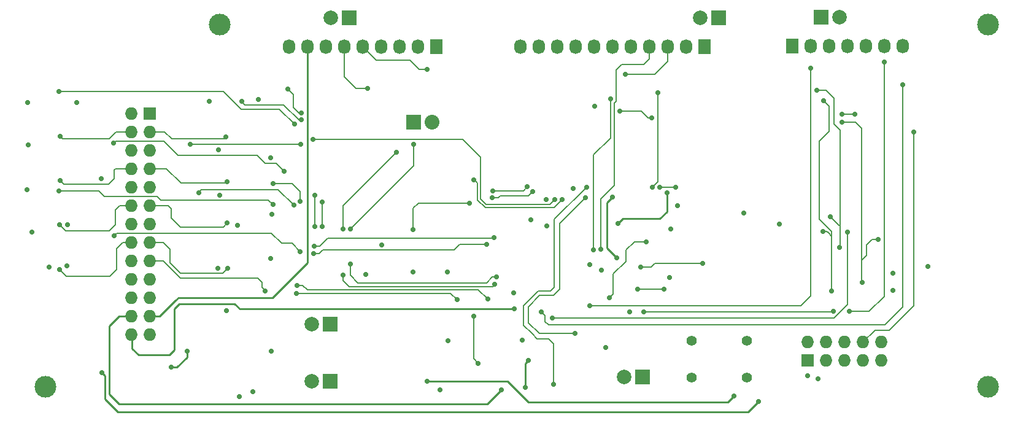
<source format=gbl>
G04 #@! TF.FileFunction,Copper,L4,Bot,Signal*
%FSLAX46Y46*%
G04 Gerber Fmt 4.6, Leading zero omitted, Abs format (unit mm)*
G04 Created by KiCad (PCBNEW 4.0.2-stable) date 7/12/2016 4:32:10 PM*
%MOMM*%
G01*
G04 APERTURE LIST*
%ADD10C,0.100000*%
%ADD11R,2.000000X2.000000*%
%ADD12C,2.000000*%
%ADD13C,1.397000*%
%ADD14R,1.727200X2.032000*%
%ADD15O,1.727200X2.032000*%
%ADD16C,3.000000*%
%ADD17R,1.727200X1.727200*%
%ADD18O,1.727200X1.727200*%
%ADD19R,2.032000X2.032000*%
%ADD20O,2.032000X2.032000*%
%ADD21C,0.700000*%
%ADD22C,0.203200*%
%ADD23C,0.254000*%
G04 APERTURE END LIST*
D10*
D11*
X122420000Y-122240000D03*
D12*
X119880000Y-122240000D03*
D11*
X122420000Y-130150000D03*
D12*
X119880000Y-130150000D03*
D11*
X190140000Y-79920000D03*
D12*
X192680000Y-79920000D03*
D11*
X125000000Y-80000000D03*
D12*
X122460000Y-80000000D03*
D11*
X176000000Y-80000000D03*
D12*
X173460000Y-80000000D03*
D13*
X179910000Y-124490000D03*
X179910000Y-129570000D03*
X172290000Y-124490000D03*
X172290000Y-129570000D03*
D14*
X186140000Y-83920000D03*
D15*
X188680000Y-83920000D03*
X191220000Y-83920000D03*
X193760000Y-83920000D03*
X196300000Y-83920000D03*
X198840000Y-83920000D03*
X201380000Y-83920000D03*
D14*
X137000000Y-84000000D03*
D15*
X134460000Y-84000000D03*
X131920000Y-84000000D03*
X129380000Y-84000000D03*
X126840000Y-84000000D03*
X124300000Y-84000000D03*
X121760000Y-84000000D03*
X119220000Y-84000000D03*
X116680000Y-84000000D03*
D14*
X174000000Y-84000000D03*
D15*
X171460000Y-84000000D03*
X168920000Y-84000000D03*
X166380000Y-84000000D03*
X163840000Y-84000000D03*
X161300000Y-84000000D03*
X158760000Y-84000000D03*
X156220000Y-84000000D03*
X153680000Y-84000000D03*
X151140000Y-84000000D03*
X148600000Y-84000000D03*
D16*
X107140000Y-80920000D03*
X83140000Y-130920000D03*
X213140000Y-130920000D03*
X213140000Y-80920000D03*
D17*
X97536000Y-93218000D03*
D18*
X94996000Y-93218000D03*
X97536000Y-95758000D03*
X94996000Y-95758000D03*
X97536000Y-98298000D03*
X94996000Y-98298000D03*
X97536000Y-100838000D03*
X94996000Y-100838000D03*
X97536000Y-103378000D03*
X94996000Y-103378000D03*
X97536000Y-105918000D03*
X94996000Y-105918000D03*
X97536000Y-108458000D03*
X94996000Y-108458000D03*
X97536000Y-110998000D03*
X94996000Y-110998000D03*
X97536000Y-113538000D03*
X94996000Y-113538000D03*
X97536000Y-116078000D03*
X94996000Y-116078000D03*
X97536000Y-118618000D03*
X94996000Y-118618000D03*
X97536000Y-121158000D03*
X94996000Y-121158000D03*
X97536000Y-123698000D03*
X94996000Y-123698000D03*
D11*
X165500000Y-129500000D03*
D12*
X162960000Y-129500000D03*
D17*
X188270000Y-127260000D03*
D18*
X188270000Y-124720000D03*
X190810000Y-127260000D03*
X190810000Y-124720000D03*
X193350000Y-127260000D03*
X193350000Y-124720000D03*
X195890000Y-127260000D03*
X195890000Y-124720000D03*
X198430000Y-127260000D03*
X198430000Y-124720000D03*
D19*
X133880000Y-94410000D03*
D20*
X136420000Y-94410000D03*
D21*
X118260000Y-105340000D03*
X114500000Y-102840000D03*
X169350000Y-109140000D03*
X189730000Y-129760000D03*
X90910000Y-128930000D03*
X181480000Y-132930000D03*
X148910000Y-124430000D03*
X137530000Y-131290000D03*
X100480000Y-128160000D03*
X102630000Y-125970000D03*
X147750000Y-120160000D03*
X86110000Y-108490000D03*
X86050000Y-114160000D03*
X145980000Y-131330000D03*
X83620000Y-114340000D03*
X109570000Y-108630000D03*
X152260000Y-108730000D03*
X129490000Y-111310000D03*
X138580000Y-115090000D03*
X200060000Y-115200000D03*
X170340000Y-105930000D03*
X169240000Y-115850000D03*
X81230000Y-109520000D03*
X80550000Y-103680000D03*
X80760000Y-97520000D03*
X90810000Y-102170000D03*
X80650000Y-91680000D03*
X87380000Y-91680000D03*
X114200000Y-113210000D03*
X106920000Y-114520000D03*
X114370000Y-107070000D03*
X107110000Y-104440000D03*
X106990000Y-98210000D03*
X114210000Y-99270000D03*
X112470000Y-91280000D03*
X105710000Y-91530000D03*
X160380000Y-125500000D03*
X138620000Y-124560000D03*
X114240000Y-125970000D03*
X108050000Y-120390000D03*
X109890000Y-132270000D03*
X162120000Y-108330000D03*
X168870000Y-104120000D03*
X155940000Y-103510000D03*
X158890000Y-92210000D03*
X159830000Y-114760000D03*
X118400000Y-93120000D03*
X116540000Y-89790000D03*
X150330000Y-103970000D03*
X144770000Y-104810000D03*
X121330000Y-108810000D03*
X121330000Y-105370000D03*
X118430000Y-94050000D03*
X110180000Y-91520000D03*
X144790000Y-103880000D03*
X149600000Y-103300000D03*
X85000000Y-103840000D03*
X114480000Y-105750000D03*
X120240000Y-108780000D03*
X120250000Y-104470000D03*
X84940000Y-90120000D03*
X117450000Y-94660000D03*
X149750000Y-127200000D03*
X149280000Y-130980000D03*
X164810000Y-117390000D03*
X168410000Y-117390000D03*
X165200000Y-114410000D03*
X173760000Y-113870000D03*
X179470000Y-106940000D03*
X184340000Y-108460000D03*
X204830000Y-114280000D03*
X188270000Y-129360000D03*
X135730000Y-130120000D03*
X178100000Y-132120000D03*
X111760000Y-131600000D03*
X147710000Y-117960000D03*
X133850000Y-115010000D03*
X150040000Y-107820000D03*
X127310000Y-115410000D03*
X166790000Y-93770000D03*
X162380000Y-92830000D03*
X200010000Y-117620000D03*
X163720000Y-120510000D03*
X161320000Y-104730000D03*
X161970000Y-113130000D03*
X158210000Y-114040000D03*
X152230000Y-105040000D03*
X153390000Y-105050000D03*
X119980000Y-96740000D03*
X143960000Y-111240000D03*
X120140000Y-112550000D03*
X118280000Y-112270000D03*
X92560000Y-110030000D03*
X103120000Y-97430000D03*
X118350000Y-97480000D03*
X142240000Y-102310000D03*
X154400000Y-105060000D03*
X133850000Y-109240000D03*
X141640000Y-105540000D03*
X120170000Y-111500000D03*
X144960000Y-110340000D03*
X92480000Y-97300000D03*
X116050000Y-101160000D03*
X104240000Y-104090000D03*
X117380000Y-105840000D03*
X108170000Y-108300000D03*
X108030000Y-96430000D03*
X85010000Y-108500000D03*
X85110000Y-96350000D03*
X108250000Y-114570000D03*
X108170000Y-102580000D03*
X85020000Y-114670000D03*
X85110000Y-102410000D03*
X170020000Y-103340000D03*
X167850000Y-103340000D03*
X117800000Y-116870000D03*
X144110000Y-118790000D03*
X113450000Y-117670000D03*
X117730000Y-118000000D03*
X142830000Y-127650000D03*
X139900000Y-118880000D03*
X142160000Y-121140000D03*
X201380000Y-89200000D03*
X151550000Y-120590000D03*
X193760000Y-109580000D03*
X153030000Y-121390000D03*
X165680000Y-120510000D03*
X191820000Y-120480000D03*
X193990000Y-120480000D03*
X198840000Y-86130000D03*
X158190000Y-119680000D03*
X188680000Y-86920000D03*
X158740000Y-111980000D03*
X161070000Y-91140000D03*
X163090000Y-87760000D03*
X159740000Y-111940000D03*
X166830000Y-103380000D03*
X167620000Y-90340000D03*
X197990000Y-110570000D03*
X192960000Y-94370000D03*
X195800000Y-116460000D03*
X202900000Y-95720000D03*
X194810000Y-93310000D03*
X192980000Y-93330000D03*
X190400000Y-109420000D03*
X191600000Y-117650000D03*
X190480000Y-91440000D03*
X191410000Y-107450000D03*
X189500000Y-90020000D03*
X192700000Y-111620000D03*
X135780000Y-87110000D03*
X127550000Y-89720000D03*
X166010000Y-110860000D03*
X160900000Y-118630000D03*
X145350000Y-115760000D03*
X133870000Y-97480000D03*
X125150000Y-109130000D03*
X125150000Y-113980000D03*
X145090000Y-116770000D03*
X131520000Y-98560000D03*
X124160000Y-109140000D03*
X124160000Y-115480000D03*
X157610000Y-104780000D03*
X156180000Y-123540000D03*
X157770000Y-103330000D03*
X153230000Y-130530000D03*
D22*
X118260000Y-103950000D02*
X118260000Y-105340000D01*
X117150000Y-102840000D02*
X118260000Y-103950000D01*
X114500000Y-102840000D02*
X117150000Y-102840000D01*
D23*
X179070000Y-134360000D02*
X180050000Y-134360000D01*
X93090000Y-134360000D02*
X179070000Y-134360000D01*
X91320000Y-132590000D02*
X93090000Y-134360000D01*
X91320000Y-129340000D02*
X91320000Y-132590000D01*
X90910000Y-128930000D02*
X91320000Y-129340000D01*
X180050000Y-134360000D02*
X181480000Y-132930000D01*
X137090000Y-120160000D02*
X109920000Y-120160000D01*
X109920000Y-120160000D02*
X109180000Y-119420000D01*
X100480000Y-128160000D02*
X101260000Y-128160000D01*
X101260000Y-128160000D02*
X102630000Y-126790000D01*
X102630000Y-126790000D02*
X102630000Y-125970000D01*
X95060000Y-123670000D02*
X95060000Y-125620000D01*
X95060000Y-125620000D02*
X95950000Y-126510000D01*
X95950000Y-126510000D02*
X100170000Y-126510000D01*
X100170000Y-126510000D02*
X100890000Y-125790000D01*
X100890000Y-125790000D02*
X100890000Y-120110000D01*
X100890000Y-120110000D02*
X101580000Y-119420000D01*
X101580000Y-119420000D02*
X109180000Y-119420000D01*
X137090000Y-120160000D02*
X147750000Y-120160000D01*
X93260000Y-121130000D02*
X91870000Y-122520000D01*
X91870000Y-122520000D02*
X91870000Y-131880000D01*
X91870000Y-131880000D02*
X93260000Y-133270000D01*
X93260000Y-133270000D02*
X144040000Y-133270000D01*
X144040000Y-133270000D02*
X145980000Y-131330000D01*
X93260000Y-121130000D02*
X95060000Y-121130000D01*
X162760000Y-107690000D02*
X162120000Y-108330000D01*
X167890000Y-107690000D02*
X162760000Y-107690000D01*
X168860000Y-106720000D02*
X167890000Y-107690000D01*
X168860000Y-104130000D02*
X168860000Y-106720000D01*
X168870000Y-104120000D02*
X168860000Y-104130000D01*
D22*
X118070000Y-93120000D02*
X118400000Y-93120000D01*
X117290000Y-92340000D02*
X118070000Y-93120000D01*
X117290000Y-90540000D02*
X117290000Y-92340000D01*
X116540000Y-89790000D02*
X117290000Y-90540000D01*
X146140000Y-104540000D02*
X145870000Y-104540000D01*
X150330000Y-103970000D02*
X149760000Y-104540000D01*
X149760000Y-104540000D02*
X146140000Y-104540000D01*
X145600000Y-104810000D02*
X144770000Y-104810000D01*
X145870000Y-104540000D02*
X145600000Y-104810000D01*
X121330000Y-105370000D02*
X121330000Y-108810000D01*
X118030000Y-94050000D02*
X118430000Y-94050000D01*
X115970000Y-91990000D02*
X118030000Y-94050000D01*
X110650000Y-91990000D02*
X115970000Y-91990000D01*
X110180000Y-91520000D02*
X110650000Y-91990000D01*
X149020000Y-103880000D02*
X146140000Y-103880000D01*
X149600000Y-103300000D02*
X149020000Y-103880000D01*
X144790000Y-103880000D02*
X146140000Y-103880000D01*
X90470000Y-103840000D02*
X85000000Y-103840000D01*
X91250000Y-104620000D02*
X90470000Y-103840000D01*
X98540000Y-104620000D02*
X91250000Y-104620000D01*
X99060000Y-105140000D02*
X98540000Y-104620000D01*
X113870000Y-105140000D02*
X99060000Y-105140000D01*
X114480000Y-105750000D02*
X113870000Y-105140000D01*
X120240000Y-104480000D02*
X120240000Y-108780000D01*
X120250000Y-104470000D02*
X120240000Y-104480000D01*
X107680000Y-90120000D02*
X84940000Y-90120000D01*
X110150000Y-92590000D02*
X107680000Y-90120000D01*
X115380000Y-92590000D02*
X110150000Y-92590000D01*
X117450000Y-94660000D02*
X115380000Y-92590000D01*
D23*
X119220000Y-96420000D02*
X119220000Y-84000000D01*
X119220000Y-113780000D02*
X119220000Y-96420000D01*
X101460000Y-118590000D02*
X101070000Y-118980000D01*
X114410000Y-118590000D02*
X106380000Y-118590000D01*
X114410000Y-118590000D02*
X119220000Y-113780000D01*
X97536000Y-121158000D02*
X98892000Y-121158000D01*
X101070000Y-118980000D02*
X98892000Y-121158000D01*
X106380000Y-118590000D02*
X101460000Y-118590000D01*
X149280000Y-127670000D02*
X149750000Y-127200000D01*
X149280000Y-130980000D02*
X149280000Y-127670000D01*
D22*
X164800000Y-117390000D02*
X164810000Y-117390000D01*
X168410000Y-117390000D02*
X164800000Y-117390000D01*
X165230000Y-114380000D02*
X165200000Y-114410000D01*
X166640000Y-114380000D02*
X165230000Y-114380000D01*
X167150000Y-113870000D02*
X166640000Y-114380000D01*
X173760000Y-113870000D02*
X167150000Y-113870000D01*
D23*
X176470000Y-132990000D02*
X177230000Y-132990000D01*
X149720000Y-132990000D02*
X176470000Y-132990000D01*
X146850000Y-130120000D02*
X149720000Y-132990000D01*
X135730000Y-130120000D02*
X146850000Y-130120000D01*
X177230000Y-132990000D02*
X178100000Y-132120000D01*
D22*
X166230000Y-93770000D02*
X166790000Y-93770000D01*
X165290000Y-92830000D02*
X166230000Y-93770000D01*
X162380000Y-92830000D02*
X165290000Y-92830000D01*
D23*
X160570000Y-105480000D02*
X161320000Y-104730000D01*
X160570000Y-111730000D02*
X160570000Y-105480000D01*
X161970000Y-113130000D02*
X160570000Y-111730000D01*
D22*
X143150000Y-102220000D02*
X143150000Y-99180000D01*
X143150000Y-102220000D02*
X143150000Y-105010000D01*
X143150000Y-105010000D02*
X143880000Y-105740000D01*
X143880000Y-105740000D02*
X146140000Y-105740000D01*
X152700000Y-105740000D02*
X146140000Y-105740000D01*
X153390000Y-105050000D02*
X152700000Y-105740000D01*
X140710000Y-96740000D02*
X119980000Y-96740000D01*
X143150000Y-99180000D02*
X140710000Y-96740000D01*
X143960000Y-111240000D02*
X140260000Y-111240000D01*
X140260000Y-111240000D02*
X139500000Y-112000000D01*
X121380000Y-112000000D02*
X139500000Y-112000000D01*
X120830000Y-112550000D02*
X121380000Y-112000000D01*
X120140000Y-112550000D02*
X120830000Y-112550000D01*
X117120000Y-111110000D02*
X118280000Y-112270000D01*
X115660000Y-111110000D02*
X117120000Y-111110000D01*
X114250000Y-109700000D02*
X115660000Y-111110000D01*
X92890000Y-109700000D02*
X114250000Y-109700000D01*
X92560000Y-110030000D02*
X92890000Y-109700000D01*
X103120000Y-97430000D02*
X103170000Y-97480000D01*
X103170000Y-97480000D02*
X118350000Y-97480000D01*
X142240000Y-102310000D02*
X142710000Y-102780000D01*
X142710000Y-102780000D02*
X142710000Y-105140000D01*
X142710000Y-105140000D02*
X143770000Y-106200000D01*
X143770000Y-106200000D02*
X146180000Y-106200000D01*
X153260000Y-106200000D02*
X146180000Y-106200000D01*
X154400000Y-105060000D02*
X153260000Y-106200000D01*
X133850000Y-109240000D02*
X133850000Y-106260000D01*
X134570000Y-105540000D02*
X141640000Y-105540000D01*
X133850000Y-106260000D02*
X134570000Y-105540000D01*
X120920000Y-111500000D02*
X120170000Y-111500000D01*
X122070000Y-110350000D02*
X120920000Y-111500000D01*
X144950000Y-110350000D02*
X122070000Y-110350000D01*
X144960000Y-110340000D02*
X144950000Y-110350000D01*
X115520000Y-100630000D02*
X116050000Y-101160000D01*
X114980000Y-100090000D02*
X115520000Y-100630000D01*
X113430000Y-100090000D02*
X114980000Y-100090000D01*
X112290000Y-98950000D02*
X113430000Y-100090000D01*
X101430000Y-98950000D02*
X112290000Y-98950000D01*
X99470000Y-96990000D02*
X101430000Y-98950000D01*
X92790000Y-96990000D02*
X99470000Y-96990000D01*
X92480000Y-97300000D02*
X92790000Y-96990000D01*
X104650000Y-103680000D02*
X104240000Y-104090000D01*
X115220000Y-103680000D02*
X104650000Y-103680000D01*
X117380000Y-105840000D02*
X115220000Y-103680000D01*
X100000000Y-105890000D02*
X97600000Y-105890000D01*
X100440000Y-106330000D02*
X100000000Y-105890000D01*
X100440000Y-107560000D02*
X100440000Y-106330000D01*
X101710000Y-108830000D02*
X100440000Y-107560000D01*
X107640000Y-108830000D02*
X101710000Y-108830000D01*
X108170000Y-108300000D02*
X107640000Y-108830000D01*
X99540000Y-95730000D02*
X97600000Y-95730000D01*
X100510000Y-96700000D02*
X99540000Y-95730000D01*
X107760000Y-96700000D02*
X100510000Y-96700000D01*
X108030000Y-96430000D02*
X107760000Y-96700000D01*
X93390000Y-105890000D02*
X95060000Y-105890000D01*
X92770000Y-106510000D02*
X93390000Y-105890000D01*
X92770000Y-108520000D02*
X92770000Y-106510000D01*
X91880000Y-109410000D02*
X92770000Y-108520000D01*
X85920000Y-109410000D02*
X91880000Y-109410000D01*
X85010000Y-108500000D02*
X85920000Y-109410000D01*
X92840000Y-95730000D02*
X95060000Y-95730000D01*
X91870000Y-96700000D02*
X92840000Y-95730000D01*
X85460000Y-96700000D02*
X91870000Y-96700000D01*
X85110000Y-96350000D02*
X85460000Y-96700000D01*
X99380000Y-110970000D02*
X97600000Y-110970000D01*
X100320000Y-111910000D02*
X99380000Y-110970000D01*
X100320000Y-113810000D02*
X100320000Y-111910000D01*
X101740000Y-115230000D02*
X100320000Y-113810000D01*
X107590000Y-115230000D02*
X101740000Y-115230000D01*
X108250000Y-114570000D02*
X107590000Y-115230000D01*
X99800000Y-100810000D02*
X97600000Y-100810000D01*
X101800000Y-102810000D02*
X99800000Y-100810000D01*
X107940000Y-102810000D02*
X101800000Y-102810000D01*
X108170000Y-102580000D02*
X107940000Y-102810000D01*
X93730000Y-110970000D02*
X95060000Y-110970000D01*
X92900000Y-111800000D02*
X93730000Y-110970000D01*
X92900000Y-114670000D02*
X92900000Y-111800000D01*
X91970000Y-115600000D02*
X92900000Y-114670000D01*
X85950000Y-115600000D02*
X91970000Y-115600000D01*
X85020000Y-114670000D02*
X85950000Y-115600000D01*
X92780000Y-100810000D02*
X95060000Y-100810000D01*
X92570000Y-101020000D02*
X92780000Y-100810000D01*
X92570000Y-102220000D02*
X92570000Y-101020000D01*
X91840000Y-102950000D02*
X92570000Y-102220000D01*
X85650000Y-102950000D02*
X91840000Y-102950000D01*
X85110000Y-102410000D02*
X85650000Y-102950000D01*
X170020000Y-103340000D02*
X167850000Y-103340000D01*
X117800000Y-116870000D02*
X118580000Y-116870000D01*
X119220000Y-117510000D02*
X142830000Y-117510000D01*
X118580000Y-116870000D02*
X119220000Y-117510000D01*
X144110000Y-118790000D02*
X142830000Y-117510000D01*
X142160000Y-122370000D02*
X142160000Y-121140000D01*
X99400000Y-113510000D02*
X97600000Y-113510000D01*
X101750000Y-115860000D02*
X99400000Y-113510000D01*
X112360000Y-115860000D02*
X101750000Y-115860000D01*
X112980000Y-116480000D02*
X112360000Y-115860000D01*
X112980000Y-117200000D02*
X112980000Y-116480000D01*
X113450000Y-117670000D02*
X112980000Y-117200000D01*
X136360000Y-118000000D02*
X117730000Y-118000000D01*
X142160000Y-126980000D02*
X142160000Y-122370000D01*
X142830000Y-127650000D02*
X142160000Y-126980000D01*
X139020000Y-118000000D02*
X136360000Y-118000000D01*
X139900000Y-118880000D02*
X139020000Y-118000000D01*
X201380000Y-119850000D02*
X201380000Y-89200000D01*
X198890000Y-122340000D02*
X201380000Y-119850000D01*
X152500000Y-122340000D02*
X198890000Y-122340000D01*
X152050000Y-121890000D02*
X152500000Y-122340000D01*
X152050000Y-121090000D02*
X152050000Y-121890000D01*
X151550000Y-120590000D02*
X152050000Y-121090000D01*
X193760000Y-109580000D02*
X193750000Y-109590000D01*
X193750000Y-109590000D02*
X193750000Y-119550000D01*
X193750000Y-119550000D02*
X191910000Y-121390000D01*
X191910000Y-121390000D02*
X153030000Y-121390000D01*
X191790000Y-120510000D02*
X165680000Y-120510000D01*
X191820000Y-120480000D02*
X191790000Y-120510000D01*
X196750000Y-120480000D02*
X193990000Y-120480000D01*
X198820000Y-118410000D02*
X196750000Y-120480000D01*
X198820000Y-86150000D02*
X198820000Y-118410000D01*
X198840000Y-86130000D02*
X198820000Y-86150000D01*
X187370000Y-119680000D02*
X158190000Y-119680000D01*
X188670000Y-118380000D02*
X187370000Y-119680000D01*
X188670000Y-88290000D02*
X188670000Y-118380000D01*
X188680000Y-88280000D02*
X188670000Y-88290000D01*
X188680000Y-86920000D02*
X188680000Y-88280000D01*
X168920000Y-84000000D02*
X168920000Y-86030000D01*
X158740000Y-98900000D02*
X158740000Y-111980000D01*
X161080000Y-96560000D02*
X158740000Y-98900000D01*
X161080000Y-91150000D02*
X161080000Y-96560000D01*
X161070000Y-91140000D02*
X161080000Y-91150000D01*
X167190000Y-87760000D02*
X163090000Y-87760000D01*
X168920000Y-86030000D02*
X167190000Y-87760000D01*
X161605000Y-103095000D02*
X161605000Y-91725000D01*
X166380000Y-85660000D02*
X165620000Y-86420000D01*
X165620000Y-86420000D02*
X162600000Y-86420000D01*
X162600000Y-86420000D02*
X161820000Y-87200000D01*
X166380000Y-85660000D02*
X166380000Y-84000000D01*
X161820000Y-91510000D02*
X161820000Y-87200000D01*
X161605000Y-91725000D02*
X161820000Y-91510000D01*
X159740000Y-104960000D02*
X159740000Y-111940000D01*
X161605000Y-103095000D02*
X159740000Y-104960000D01*
X167610000Y-102600000D02*
X166830000Y-103380000D01*
X167610000Y-94330000D02*
X167610000Y-102600000D01*
X167620000Y-94320000D02*
X167610000Y-94330000D01*
X167620000Y-90340000D02*
X167620000Y-94320000D01*
X195750000Y-113400000D02*
X196410000Y-112740000D01*
X197150000Y-110570000D02*
X197990000Y-110570000D01*
X196410000Y-111310000D02*
X197150000Y-110570000D01*
X196410000Y-112740000D02*
X196410000Y-111310000D01*
X194850000Y-94370000D02*
X192960000Y-94370000D01*
X195750000Y-95270000D02*
X194850000Y-94370000D01*
X195750000Y-116410000D02*
X195750000Y-113540000D01*
X195750000Y-113540000D02*
X195750000Y-113400000D01*
X195750000Y-113400000D02*
X195750000Y-95270000D01*
X195800000Y-116460000D02*
X195750000Y-116410000D01*
X195890000Y-124720000D02*
X195900000Y-124720000D01*
X195900000Y-124720000D02*
X197540000Y-123080000D01*
X197540000Y-123080000D02*
X199520000Y-123080000D01*
X199520000Y-123080000D02*
X202900000Y-119700000D01*
X202900000Y-119700000D02*
X202900000Y-95720000D01*
X194810000Y-93310000D02*
X194790000Y-93330000D01*
X194790000Y-93330000D02*
X192980000Y-93330000D01*
X191600000Y-110120000D02*
X191130000Y-109650000D01*
X190900000Y-109420000D02*
X190400000Y-109420000D01*
X191130000Y-109650000D02*
X190900000Y-109420000D01*
X191600000Y-111880000D02*
X191600000Y-110120000D01*
X191600000Y-110120000D02*
X191600000Y-109470000D01*
X191600000Y-117650000D02*
X191600000Y-111880000D01*
X191600000Y-109470000D02*
X189890000Y-107760000D01*
X189890000Y-97000000D02*
X191260000Y-95630000D01*
X189890000Y-107760000D02*
X189890000Y-97000000D01*
X191260000Y-92220000D02*
X191260000Y-95630000D01*
X190480000Y-91440000D02*
X191260000Y-92220000D01*
X192600000Y-108640000D02*
X192730000Y-108640000D01*
X191410000Y-107450000D02*
X192600000Y-108640000D01*
X190830000Y-90020000D02*
X189500000Y-90020000D01*
X191920000Y-91110000D02*
X190830000Y-90020000D01*
X191920000Y-94640000D02*
X191920000Y-91110000D01*
X192730000Y-95450000D02*
X191920000Y-94640000D01*
X192730000Y-111590000D02*
X192730000Y-108640000D01*
X192730000Y-108640000D02*
X192730000Y-95450000D01*
X192700000Y-111620000D02*
X192730000Y-111590000D01*
X135780000Y-87110000D02*
X134630000Y-87110000D01*
X128710000Y-85870000D02*
X126840000Y-84000000D01*
X133390000Y-85870000D02*
X128710000Y-85870000D01*
X134630000Y-87110000D02*
X133390000Y-85870000D01*
X124300000Y-84000000D02*
X124300000Y-88110000D01*
X125910000Y-89720000D02*
X127550000Y-89720000D01*
X124300000Y-88110000D02*
X125910000Y-89720000D01*
X164370000Y-110860000D02*
X165010000Y-110860000D01*
X163190000Y-112040000D02*
X164370000Y-110860000D01*
X163190000Y-113610000D02*
X163190000Y-112040000D01*
X161460000Y-115340000D02*
X163190000Y-113610000D01*
X161460000Y-118070000D02*
X161460000Y-115340000D01*
X160900000Y-118630000D02*
X161460000Y-118070000D01*
X165010000Y-110860000D02*
X166010000Y-110860000D01*
X125150000Y-115480000D02*
X125150000Y-113980000D01*
X145350000Y-115760000D02*
X144770000Y-115760000D01*
X144770000Y-115760000D02*
X143980000Y-116550000D01*
X143980000Y-116550000D02*
X126220000Y-116550000D01*
X126220000Y-116550000D02*
X125150000Y-115480000D01*
X133870000Y-100410000D02*
X133870000Y-97480000D01*
X125150000Y-109130000D02*
X133870000Y-100410000D01*
X124160000Y-116220000D02*
X124160000Y-115480000D01*
X145090000Y-116770000D02*
X144790000Y-117070000D01*
X144790000Y-117070000D02*
X125010000Y-117070000D01*
X131520000Y-98560000D02*
X124160000Y-105920000D01*
X124160000Y-105920000D02*
X124160000Y-109140000D01*
X124160000Y-116220000D02*
X125010000Y-117070000D01*
X152220000Y-118300000D02*
X151270000Y-118300000D01*
X157610000Y-104780000D02*
X154060000Y-108330000D01*
X154060000Y-108330000D02*
X154060000Y-117410000D01*
X154060000Y-117410000D02*
X153170000Y-118300000D01*
X153170000Y-118300000D02*
X152220000Y-118300000D01*
X151230000Y-123540000D02*
X156180000Y-123540000D01*
X149730000Y-122040000D02*
X151230000Y-123540000D01*
X149730000Y-119840000D02*
X149730000Y-122040000D01*
X151270000Y-118300000D02*
X149730000Y-119840000D01*
X150210000Y-118550000D02*
X149070000Y-119690000D01*
X157770000Y-103330000D02*
X153310000Y-107790000D01*
X153310000Y-107790000D02*
X153310000Y-117160000D01*
X153310000Y-117160000D02*
X152790000Y-117680000D01*
X152790000Y-117680000D02*
X151080000Y-117680000D01*
X151080000Y-117680000D02*
X150210000Y-118550000D01*
X150210000Y-123550000D02*
X150940000Y-124280000D01*
X150940000Y-124280000D02*
X152530000Y-124280000D01*
X152530000Y-124280000D02*
X153230000Y-124980000D01*
X153230000Y-124980000D02*
X153230000Y-130530000D01*
X149070000Y-122410000D02*
X150210000Y-123550000D01*
X149070000Y-119690000D02*
X149070000Y-122410000D01*
M02*

</source>
